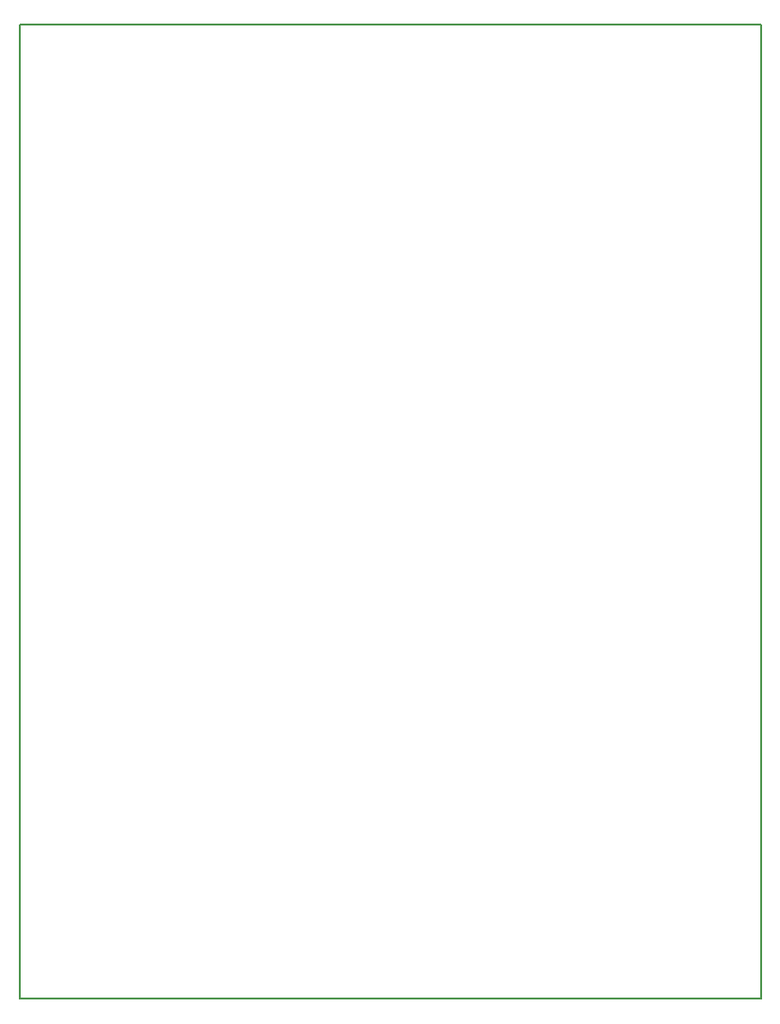
<source format=gbr>
%TF.GenerationSoftware,KiCad,Pcbnew,5.0.2+dfsg1-1*%
%TF.CreationDate,2020-04-12T10:59:42+02:00*%
%TF.ProjectId,fietslamp,66696574-736c-4616-9d70-2e6b69636164,rev?*%
%TF.SameCoordinates,Original*%
%TF.FileFunction,Profile,NP*%
%FSLAX46Y46*%
G04 Gerber Fmt 4.6, Leading zero omitted, Abs format (unit mm)*
G04 Created by KiCad (PCBNEW 5.0.2+dfsg1-1) date zo 12 apr 2020 10:59:42 CEST*
%MOMM*%
%LPD*%
G01*
G04 APERTURE LIST*
%ADD10C,0.150000*%
G04 APERTURE END LIST*
D10*
X74168000Y-41656000D02*
X140716000Y-41656000D01*
X74168000Y-129032000D02*
X74168000Y-41656000D01*
X140716000Y-129032000D02*
X74168000Y-129032000D01*
X140716000Y-41656000D02*
X140716000Y-129032000D01*
M02*

</source>
